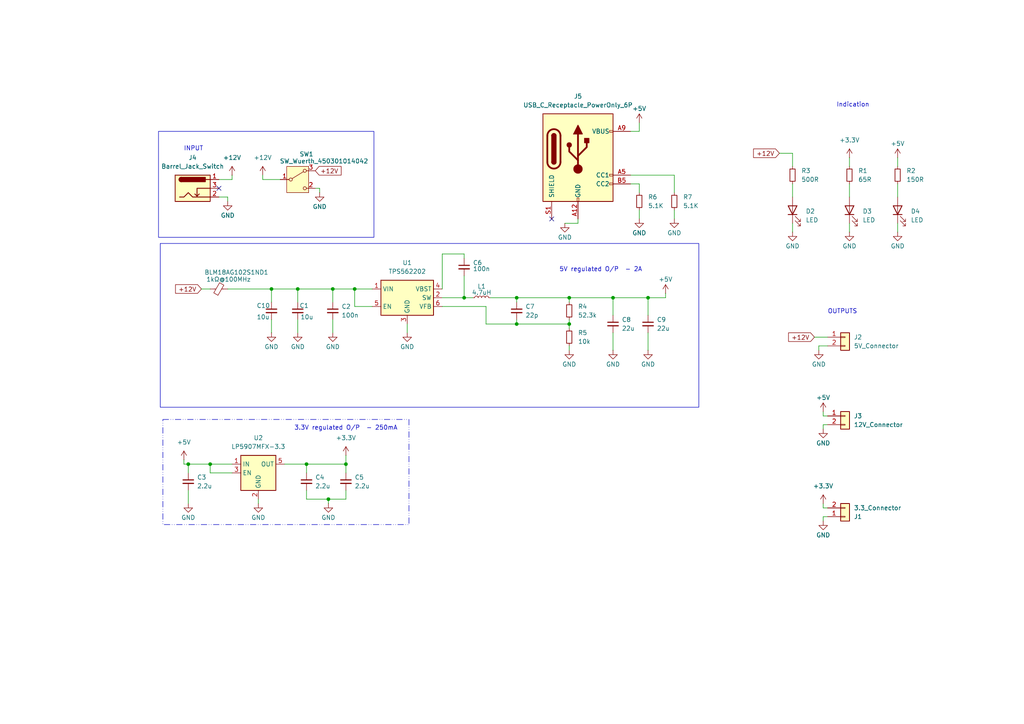
<source format=kicad_sch>
(kicad_sch (version 20240819) (generator "eeschema") (generator_version "8.99")
  (paper "A4")
  (title_block (title "Bread board power supply") (date "2024-10-22") (company "nil"))
  (lib_symbols
    (symbol "Connector:Barrel_Jack_Switch" (pin_names hide)
      (property "Reference" "J" (at 0 5.334 0))
      (property "Value" "Barrel_Jack_Switch" (at 0 -5.08 0))
      (symbol "Barrel_Jack_Switch_0_1"
        (rectangle (start -5.08 3.81) (end 5.08 -3.81) (stroke (width 0.254)) (fill (type background)))
        (polyline (pts (xy -3.81 -2.54) (xy -2.54 -2.54) (xy -1.27 -1.27) (xy 0 -2.54) (xy 2.54 -2.54) (xy 5.08 -2.54)) (stroke (width 0.254)))
        (arc (start -3.302 1.905) (mid -3.9343 2.54) (end -3.302 3.175) (stroke (width 0.254)) (fill (type outline)))
        (arc (start -3.302 1.905) (mid -3.9343 2.54) (end -3.302 3.175) (stroke (width 0.254)))
        (polyline (pts (xy 1.27 -2.286) (xy 1.905 -1.651)) (stroke (width 0.254)))
        (rectangle (start 3.683 3.175) (end -3.302 1.905) (stroke (width 0.254)) (fill (type outline)))
        (polyline (pts (xy 5.08 2.54) (xy 3.81 2.54)) (stroke (width 0.254)))
        (polyline (pts (xy 5.08 0) (xy 1.27 0) (xy 1.27 -2.286) (xy 0.635 -1.651)) (stroke (width 0.254)))
      )
      (symbol "Barrel_Jack_Switch_1_1"
        (pin passive line (at 7.62 2.54 180) (length 2.54) (name "~") (number "1"))
        (pin passive line (at 7.62 0 180) (length 2.54) (name "~") (number "3"))
        (pin passive line (at 7.62 -2.54 180) (length 2.54) (name "~") (number "2"))
      )
    )
    (symbol "Connector:USB_C_Receptacle_PowerOnly_6P" (pin_names (offset 1.016))
      (property "Reference" "J" (at 0 16.51 0))
      (property "Value" "USB_C_Receptacle_PowerOnly_6P" (at 0 13.97 0))
      (symbol "USB_C_Receptacle_PowerOnly_6P_0_0"
        (rectangle (start -0.254 -12.7) (end 0.254 -11.684))
        (rectangle (start 10.16 7.874) (end 9.144 7.366))
        (rectangle (start 10.16 -4.826) (end 9.144 -5.334))
        (rectangle (start 10.16 -7.366) (end 9.144 -7.874))
      )
      (symbol "USB_C_Receptacle_PowerOnly_6P_0_1"
        (rectangle (start -10.16 12.7) (end 10.16 -12.7) (stroke (width 0.254)) (fill (type background)))
        (polyline (pts (xy -8.89 -1.27) (xy -8.89 6.35)) (stroke (width 0.508)))
        (rectangle (start -7.62 -1.27) (end -6.35 6.35) (stroke (width 0.254)) (fill (type outline)))
        (arc (start -7.62 6.35) (mid -6.985 6.9823) (end -6.35 6.35) (stroke (width 0.254)))
        (arc (start -7.62 6.35) (mid -6.985 6.9823) (end -6.35 6.35) (stroke (width 0.254)) (fill (type outline)))
        (arc (start -8.89 6.35) (mid -6.985 8.2467) (end -5.08 6.35) (stroke (width 0.508)))
        (arc (start -5.08 -1.27) (mid -6.985 -3.1667) (end -8.89 -1.27) (stroke (width 0.508)))
        (arc (start -6.35 -1.27) (mid -6.985 -1.9023) (end -7.62 -1.27) (stroke (width 0.254)))
        (arc (start -6.35 -1.27) (mid -6.985 -1.9023) (end -7.62 -1.27) (stroke (width 0.254)) (fill (type outline)))
        (polyline (pts (xy -5.08 6.35) (xy -5.08 -1.27)) (stroke (width 0.508)))
        (circle (center -2.54 3.683) (radius 0.635) (stroke (width 0.254)) (fill (type outline)))
        (polyline (pts (xy -1.27 6.858) (xy 0 9.398) (xy 1.27 6.858) (xy -1.27 6.858)) (stroke (width 0.254)) (fill (type outline)))
        (polyline (pts (xy 0 0.508) (xy 2.54 3.048) (xy 2.54 4.318)) (stroke (width 0.508)))
        (polyline (pts (xy 0 -0.762) (xy -2.54 1.778) (xy -2.54 3.048)) (stroke (width 0.508)))
        (circle (center 0 -3.302) (radius 1.27) (fill (type outline)))
        (polyline (pts (xy 0 -3.302) (xy 0 6.858)) (stroke (width 0.508)))
        (rectangle (start 1.905 4.318) (end 3.175 5.588) (stroke (width 0.254)) (fill (type outline)))
      )
      (symbol "USB_C_Receptacle_PowerOnly_6P_1_1"
        (pin passive line (at -7.62 -17.78 90) (length 5.08) (name "SHIELD") (number "S1"))
        (pin passive line (at 0 -17.78 90) (length 5.08) (name "GND") (number "A12"))
        (pin passive line (at 0 -17.78 90) (length 5.08) hide (name "GND") (number "B12"))
        (pin passive line (at 15.24 7.62 180) (length 5.08) (name "VBUS") (number "A9"))
        (pin passive line (at 15.24 7.62 180) (length 5.08) hide (name "VBUS") (number "B9"))
        (pin bidirectional line (at 15.24 -5.08 180) (length 5.08) (name "CC1") (number "A5"))
        (pin bidirectional line (at 15.24 -7.62 180) (length 5.08) (name "CC2") (number "B5"))
      )
    )
    (symbol "Connector_Generic:Conn_01x02" (pin_names (offset 1.016) hide)
      (property "Reference" "J" (at 0 2.54 0))
      (property "Value" "Conn_01x02" (at 0 -5.08 0))
      (symbol "Conn_01x02_1_1"
        (rectangle (start -1.27 1.27) (end 1.27 -3.81) (stroke (width 0.254)) (fill (type background)))
        (rectangle (start -1.27 0.127) (end 0 -0.127) (stroke (width 0.1524)))
        (rectangle (start -1.27 -2.413) (end 0 -2.667) (stroke (width 0.1524)))
        (pin passive line (at -5.08 0 0) (length 3.81) (name "Pin_1") (number "1"))
        (pin passive line (at -5.08 -2.54 0) (length 3.81) (name "Pin_2") (number "2"))
      )
    )
    (symbol "Device:C_Small" (pin_numbers hide) (pin_names (offset 0.254) hide)
      (property "Reference" "C" (at 0.254 1.778 0))
      (property "Value" "C_Small" (at 0.254 -2.032 0))
      (symbol "C_Small_0_1"
        (polyline (pts (xy -1.524 0.508) (xy 1.524 0.508)) (stroke (width 0.3048)))
        (polyline (pts (xy -1.524 -0.508) (xy 1.524 -0.508)) (stroke (width 0.3302)))
      )
      (symbol "C_Small_1_1"
        (pin passive line (at 0 2.54 270) (length 2.032) (name "~") (number "1"))
        (pin passive line (at 0 -2.54 90) (length 2.032) (name "~") (number "2"))
      )
    )
    (symbol "Device:FerriteBead_Small" (pin_numbers hide) (pin_names (offset 0))
      (property "Reference" "FB" (at 1.905 1.27 0))
      (property "Value" "FerriteBead_Small" (at 1.905 -1.27 0))
      (symbol "FerriteBead_Small_0_1"
        (polyline (pts (xy -1.8288 0.2794) (xy -1.1176 1.4986) (xy 1.8288 -0.2032) (xy 1.1176 -1.4224) (xy -1.8288 0.2794)))
        (polyline (pts (xy 0 0.889) (xy 0 1.2954)))
        (polyline (pts (xy 0 -1.27) (xy 0 -0.7874)))
      )
      (symbol "FerriteBead_Small_1_1"
        (pin passive line (at 0 2.54 270) (length 1.27) (name "~") (number "1"))
        (pin passive line (at 0 -2.54 90) (length 1.27) (name "~") (number "2"))
      )
    )
    (symbol "Device:LED" (pin_numbers hide) (pin_names (offset 1.016) hide)
      (property "Reference" "D" (at 0 2.54 0))
      (property "Value" "LED" (at 0 -2.54 0))
      (symbol "LED_0_1"
        (polyline (pts (xy -3.048 -0.762) (xy -4.572 -2.286) (xy -3.81 -2.286) (xy -4.572 -2.286) (xy -4.572 -1.524)))
        (polyline (pts (xy -1.778 -0.762) (xy -3.302 -2.286) (xy -2.54 -2.286) (xy -3.302 -2.286) (xy -3.302 -1.524)))
        (polyline (pts (xy -1.27 0) (xy 1.27 0)))
        (polyline (pts (xy -1.27 -1.27) (xy -1.27 1.27)) (stroke (width 0.254)))
        (polyline (pts (xy 1.27 -1.27) (xy 1.27 1.27) (xy -1.27 0) (xy 1.27 -1.27)) (stroke (width 0.254)))
      )
      (symbol "LED_1_1"
        (pin passive line (at -3.81 0 0) (length 2.54) (name "K") (number "1"))
        (pin passive line (at 3.81 0 180) (length 2.54) (name "A") (number "2"))
      )
    )
    (symbol "Device:L_Small" (pin_numbers hide) (pin_names (offset 0.254) hide)
      (property "Reference" "L" (at 0.762 1.016 0))
      (property "Value" "L_Small" (at 0.762 -1.016 0))
      (symbol "L_Small_0_1"
        (arc (start 0 2.032) (mid 0.5058 1.524) (end 0 1.016))
        (arc (start 0 1.016) (mid 0.5058 0.508) (end 0 0))
        (arc (start 0 0) (mid 0.5058 -0.508) (end 0 -1.016))
        (arc (start 0 -1.016) (mid 0.5058 -1.524) (end 0 -2.032))
      )
      (symbol "L_Small_1_1"
        (pin passive line (at 0 2.54 270) (length 0.508) (name "~") (number "1"))
        (pin passive line (at 0 -2.54 90) (length 0.508) (name "~") (number "2"))
      )
    )
    (symbol "Device:R_Small" (pin_numbers hide) (pin_names (offset 0.254) hide)
      (property "Reference" "R" (at 0.762 0.508 0))
      (property "Value" "R_Small" (at 0.762 -1.016 0))
      (symbol "R_Small_0_1"
        (rectangle (start -0.762 1.778) (end 0.762 -1.778) (stroke (width 0.2032)))
      )
      (symbol "R_Small_1_1"
        (pin passive line (at 0 2.54 270) (length 0.762) (name "~") (number "1"))
        (pin passive line (at 0 -2.54 90) (length 0.762) (name "~") (number "2"))
      )
    )
    (symbol "Regulator_Linear:LP5907MFX-3.3"
      (property "Reference" "U" (at -3.81 6.35 0))
      (property "Value" "LP5907MFX-3.3" (at 6.35 6.35 0))
      (symbol "LP5907MFX-3.3_0_1"
        (rectangle (start -5.08 -5.08) (end 5.08 5.08) (stroke (width 0.254)) (fill (type background)))
        (pin power_in line (at -7.62 2.54 0) (length 2.54) (name "IN") (number "1"))
        (pin input line (at -7.62 0 0) (length 2.54) (name "EN") (number "3"))
        (pin power_in line (at 0 -7.62 90) (length 2.54) (name "GND") (number "2"))
        (pin no_connect line (at 5.08 0 180) (length 2.54) hide (name "NC") (number "4"))
        (pin power_out line (at 7.62 2.54 180) (length 2.54) (name "OUT") (number "5"))
      )
    )
    (symbol "Regulator_Switching:TPS562202"
      (property "Reference" "U1" (at 0 10.16 0))
      (property "Value" "TPS562202" (at 0 7.62 0))
      (symbol "TPS562202_0_1"
        (rectangle (start -7.62 5.08) (end 7.62 -5.08) (stroke (width 0.254)) (fill (type background)))
      )
      (symbol "TPS562202_1_1"
        (pin power_in line (at -10.16 2.54 0) (length 2.54) (name "VIN") (number "1"))
        (pin input line (at -10.16 -2.54 0) (length 2.54) (name "EN") (number "5"))
        (pin power_in line (at 0 -7.62 90) (length 2.54) (name "GND") (number "3"))
        (pin passive line (at 10.16 2.54 180) (length 2.54) (name "VBST") (number "4"))
        (pin output line (at 10.16 0 180) (length 2.54) (name "SW") (number "2"))
        (pin input line (at 10.16 -2.54 180) (length 2.54) (name "VFB") (number "6"))
      )
    )
    (symbol "Switch:SW_Wuerth_450301014042" (pin_names (offset 1) hide)
      (property "Reference" "SW" (at 0 5.08 0))
      (property "Value" "SW_Wuerth_450301014042" (at 0 -5.08 0))
      (symbol "SW_Wuerth_450301014042_0_1"
        (circle (center -2.032 0) (radius 0.4572))
        (polyline (pts (xy -1.651 0.254) (xy 1.651 2.286)))
        (circle (center 2.032 2.54) (radius 0.4572))
        (circle (center 2.032 -2.54) (radius 0.4572))
      )
      (symbol "SW_Wuerth_450301014042_1_1"
        (rectangle (start -3.175 3.81) (end 3.175 -3.81) (fill (type background)))
        (pin passive line (at -5.08 0 0) (length 2.54) (name "B") (number "1"))
        (pin passive line (at 5.08 2.54 180) (length 2.54) (name "A") (number "3"))
        (pin passive line (at 5.08 -2.54 180) (length 2.54) (name "C") (number "2"))
      )
    )
    (symbol "power:+12V" (power) (pin_numbers hide) (pin_names (offset 0) hide)
      (property "Value" "+12V" (at 0 3.556 0))
      (symbol "+12V_0_1"
        (polyline (pts (xy -0.762 1.27) (xy 0 2.54)))
        (polyline (pts (xy 0 2.54) (xy 0.762 1.27)))
        (polyline (pts (xy 0 0) (xy 0 2.54)))
      )
      (symbol "+12V_1_1"
        (pin power_in line (at 0 0 90) (length 0) (name "~") (number "1"))
      )
    )
    (symbol "power:GND" (power) (pin_numbers hide) (pin_names (offset 0) hide)
      (property "Value" "GND" (at 0 -3.81 0))
      (symbol "GND_0_1"
        (polyline (pts (xy 0 0) (xy 0 -1.27) (xy 1.27 -1.27) (xy 0 -2.54) (xy -1.27 -1.27) (xy 0 -1.27)))
      )
      (symbol "GND_1_1"
        (pin power_in line (at 0 0 270) (length 0) (name "~") (number "1"))
      )
    )
  )
  (rectangle (start 47.244 121.666) (end 118.618 152.146) (stroke (width 0) (type dash_dot_dot)))
  (rectangle (start 45.974 38.1) (end 108.458 68.834))
  (rectangle (start 46.482 70.612) (end 202.692 118.11))
  (text "5V regulated O/P  - 2A" (at 174.244 78.232 0) (effects (font (size 1.27 1.27))))
  (text "3.3V regulated O/P  - 250mA" (at 100.33 124.206 0) (effects (font (size 1.27 1.27))))
  (text "Indication\n" (at 247.396 30.48 0) (effects (font (size 1.27 1.27))))
  (text "OUTPUTS" (at 244.348 90.424 0) (effects (font (size 1.27 1.27))))
  (text "INPUT" (at 56.134 43.18 0) (effects (font (size 1.27 1.27))))
  (junction (at 165.1 93.98))
  (junction (at 96.52 83.82))
  (junction (at 60.96 134.62))
  (junction (at 88.9 134.62))
  (junction (at 177.8 86.36))
  (junction (at 102.87 83.82))
  (junction (at 149.86 86.36))
  (junction (at 187.96 86.36))
  (junction (at 95.25 144.78))
  (junction (at 100.33 134.62))
  (junction (at 78.74 83.82))
  (junction (at 134.62 86.36))
  (junction (at 165.1 86.36))
  (junction (at 149.86 93.98))
  (junction (at 54.61 134.62))
  (junction (at 86.36 83.82))
  (no_connect (at 63.5 54.61))
  (no_connect (at 160.02 63.5))
  (wire (pts (xy 238.76 123.19) (xy 240.03 123.19)))
  (wire (pts (xy 238.76 119.38) (xy 238.76 120.65)))
  (wire (pts (xy 82.55 134.62) (xy 88.9 134.62)))
  (wire (pts (xy 54.61 134.62) (xy 60.96 134.62)))
  (wire (pts (xy 60.96 134.62) (xy 67.31 134.62)))
  (wire (pts (xy 195.58 50.8) (xy 195.58 55.88)))
  (wire (pts (xy 53.34 133.35) (xy 53.34 134.62)))
  (wire (pts (xy 229.87 64.77) (xy 229.87 67.31)))
  (wire (pts (xy 246.38 45.72) (xy 246.38 48.26)))
  (wire (pts (xy 260.35 45.72) (xy 260.35 48.26)))
  (wire (pts (xy 260.35 53.34) (xy 260.35 57.15)))
  (wire (pts (xy 54.61 142.24) (xy 54.61 146.05)))
  (wire (pts (xy 67.31 50.8) (xy 67.31 52.07)))
  (wire (pts (xy 177.8 91.44) (xy 177.8 86.36)))
  (wire (pts (xy 60.96 134.62) (xy 60.96 137.16)))
  (wire (pts (xy 236.22 97.79) (xy 240.03 97.79)))
  (wire (pts (xy 134.62 73.66) (xy 134.62 74.93)))
  (wire (pts (xy 96.52 83.82) (xy 96.52 87.63)))
  (wire (pts (xy 54.61 134.62) (xy 54.61 137.16)))
  (wire (pts (xy 165.1 93.98) (xy 165.1 95.25)))
  (wire (pts (xy 95.25 144.78) (xy 100.33 144.78)))
  (wire (pts (xy 63.5 52.07) (xy 67.31 52.07)))
  (wire (pts (xy 100.33 134.62) (xy 100.33 137.16)))
  (wire (pts (xy 118.11 93.98) (xy 118.11 96.52)))
  (wire (pts (xy 66.04 58.42) (xy 66.04 57.15)))
  (wire (pts (xy 86.36 83.82) (xy 96.52 83.82)))
  (wire (pts (xy 76.2 52.07) (xy 81.28 52.07)))
  (wire (pts (xy 165.1 100.33) (xy 165.1 101.6)))
  (wire (pts (xy 195.58 60.96) (xy 195.58 63.5)))
  (wire (pts (xy 185.42 53.34) (xy 185.42 55.88)))
  (wire (pts (xy 238.76 147.32) (xy 240.03 147.32)))
  (wire (pts (xy 177.8 86.36) (xy 187.96 86.36)))
  (wire (pts (xy 260.35 64.77) (xy 260.35 67.31)))
  (wire (pts (xy 134.62 80.01) (xy 134.62 86.36)))
  (wire (pts (xy 91.44 54.61) (xy 92.71 54.61)))
  (wire (pts (xy 238.76 120.65) (xy 240.03 120.65)))
  (wire (pts (xy 60.96 137.16) (xy 67.31 137.16)))
  (wire (pts (xy 86.36 92.71) (xy 86.36 96.52)))
  (wire (pts (xy 53.34 134.62) (xy 54.61 134.62)))
  (wire (pts (xy 102.87 83.82) (xy 107.95 83.82)))
  (wire (pts (xy 78.74 92.71) (xy 78.74 96.52)))
  (wire (pts (xy 237.49 101.6) (xy 237.49 100.33)))
  (wire (pts (xy 128.27 83.82) (xy 128.27 73.66)))
  (wire (pts (xy 100.33 132.08) (xy 100.33 134.62)))
  (wire (pts (xy 182.88 53.34) (xy 185.42 53.34)))
  (wire (pts (xy 229.87 53.34) (xy 229.87 57.15)))
  (wire (pts (xy 165.1 86.36) (xy 165.1 87.63)))
  (wire (pts (xy 238.76 146.05) (xy 238.76 147.32)))
  (wire (pts (xy 246.38 53.34) (xy 246.38 57.15)))
  (wire (pts (xy 163.83 64.77) (xy 167.64 64.77)))
  (wire (pts (xy 76.2 50.8) (xy 76.2 52.07)))
  (wire (pts (xy 107.95 88.9) (xy 102.87 88.9)))
  (wire (pts (xy 96.52 92.71) (xy 96.52 96.52)))
  (wire (pts (xy 187.96 86.36) (xy 193.04 86.36)))
  (wire (pts (xy 88.9 142.24) (xy 88.9 144.78)))
  (wire (pts (xy 102.87 83.82) (xy 102.87 88.9)))
  (wire (pts (xy 134.62 86.36) (xy 137.16 86.36)))
  (wire (pts (xy 182.88 38.1) (xy 185.42 38.1)))
  (wire (pts (xy 78.74 83.82) (xy 86.36 83.82)))
  (wire (pts (xy 128.27 86.36) (xy 134.62 86.36)))
  (wire (pts (xy 165.1 86.36) (xy 177.8 86.36)))
  (wire (pts (xy 142.24 86.36) (xy 149.86 86.36)))
  (wire (pts (xy 185.42 60.96) (xy 185.42 63.5)))
  (wire (pts (xy 167.64 63.5) (xy 167.64 64.77)))
  (wire (pts (xy 238.76 151.13) (xy 238.76 149.86)))
  (wire (pts (xy 100.33 142.24) (xy 100.33 144.78)))
  (wire (pts (xy 74.93 144.78) (xy 74.93 146.05)))
  (wire (pts (xy 66.04 83.82) (xy 78.74 83.82)))
  (wire (pts (xy 140.97 88.9) (xy 140.97 93.98)))
  (wire (pts (xy 95.25 146.05) (xy 95.25 144.78)))
  (wire (pts (xy 149.86 86.36) (xy 149.86 87.63)))
  (wire (pts (xy 96.52 83.82) (xy 102.87 83.82)))
  (wire (pts (xy 92.71 55.88) (xy 92.71 54.61)))
  (wire (pts (xy 182.88 50.8) (xy 195.58 50.8)))
  (wire (pts (xy 187.96 86.36) (xy 187.96 91.44)))
  (wire (pts (xy 149.86 92.71) (xy 149.86 93.98)))
  (wire (pts (xy 238.76 149.86) (xy 240.03 149.86)))
  (wire (pts (xy 149.86 93.98) (xy 165.1 93.98)))
  (wire (pts (xy 95.25 144.78) (xy 88.9 144.78)))
  (wire (pts (xy 187.96 96.52) (xy 187.96 101.6)))
  (wire (pts (xy 88.9 134.62) (xy 100.33 134.62)))
  (wire (pts (xy 128.27 73.66) (xy 134.62 73.66)))
  (wire (pts (xy 229.87 44.45) (xy 229.87 48.26)))
  (wire (pts (xy 185.42 35.56) (xy 185.42 38.1)))
  (wire (pts (xy 193.04 85.09) (xy 193.04 86.36)))
  (wire (pts (xy 246.38 64.77) (xy 246.38 67.31)))
  (wire (pts (xy 149.86 86.36) (xy 165.1 86.36)))
  (wire (pts (xy 226.06 44.45) (xy 229.87 44.45)))
  (wire (pts (xy 165.1 92.71) (xy 165.1 93.98)))
  (wire (pts (xy 140.97 93.98) (xy 149.86 93.98)))
  (wire (pts (xy 237.49 100.33) (xy 240.03 100.33)))
  (wire (pts (xy 128.27 88.9) (xy 140.97 88.9)))
  (wire (pts (xy 58.42 83.82) (xy 60.96 83.82)))
  (wire (pts (xy 63.5 57.15) (xy 66.04 57.15)))
  (wire (pts (xy 177.8 101.6) (xy 177.8 96.52)))
  (wire (pts (xy 78.74 83.82) (xy 78.74 87.63)))
  (wire (pts (xy 238.76 124.46) (xy 238.76 123.19)))
  (wire (pts (xy 88.9 134.62) (xy 88.9 137.16)))
  (wire (pts (xy 86.36 83.82) (xy 86.36 87.63)))
  (global_label "+12V" (shape input) (at 236.22 97.79 180) (property "Intersheetrefs" "${INTERSHEET_REFS}" (effects (hide yes))))
  (global_label "+12V" (shape input) (at 226.06 44.45 180) (property "Intersheetrefs" "${INTERSHEET_REFS}" (effects (hide yes))))
  (global_label "+12V" (shape input) (at 91.44 49.53 0) (property "Intersheetrefs" "${INTERSHEET_REFS}" (effects (hide yes))))
  (global_label "+12V" (shape input) (at 58.42 83.82 180) (property "Intersheetrefs" "${INTERSHEET_REFS}" (effects (hide yes))))
  (symbol (lib_id "power:GND") (at 74.93 146.05 0) (unit 1)
    (property "Reference" "#PWR09" (effects (hide yes)))
    (property "Value" "GND" (at 74.93 150.114 0))
    (property "Description" "Power symbol creates a global label with name \"GND\" , ground" (effects (hide yes)))
  )
  (symbol (lib_id "power:+12V") (at 260.35 45.72 0) (unit 1)
    (property "Reference" "#PWR023" (effects (hide yes)))
    (property "Value" "+5V" (at 260.35 41.656 0))
    (property "Description" "Power symbol creates a global label with name \"+12V\"" (effects (hide yes)))
  )
  (symbol (lib_id "power:GND") (at 177.8 101.6 0) (unit 1)
    (property "Reference" "#PWR024" (effects (hide yes)))
    (property "Value" "GND" (at 177.8 105.664 0))
    (property "Description" "Power symbol creates a global label with name \"GND\" , ground" (effects (hide yes)))
  )
  (symbol (lib_id "power:GND") (at 185.42 63.5 0) (unit 1)
    (property "Reference" "#PWR029" (effects (hide yes)))
    (property "Value" "GND" (at 185.42 67.564 0))
    (property "Description" "Power symbol creates a global label with name \"GND\" , ground" (effects (hide yes)))
  )
  (symbol (lib_id "Regulator_Linear:LP5907MFX-3.3") (at 74.93 137.16 0) (unit 1)
    (property "Reference" "U2" (at 74.93 127 0))
    (property "Value" "LP5907MFX-3.3" (at 74.93 129.54 0))
    (property "Footprint" "Package_TO_SOT_SMD:SOT-23-5" (effects (hide yes)))
    (property "Datasheet" "http://www.ti.com/lit/ds/symlink/lp5907.pdf" (effects (hide yes)))
    (property "Description" "250-mA Ultra-Low-Noise Low-IQ LDO, 3.3V, SOT-23" (effects (hide yes)))
  )
  (symbol (lib_id "Device:R_Small") (at 229.87 50.8 0) (unit 1)
    (property "Reference" "R3" (at 232.41 49.5299 0) (effects (justify left)))
    (property "Value" "500R" (at 232.41 52.0699 0) (effects (justify left)))
    (property "Footprint" "Bread_Board_powers:ERL07_VIS" (effects (hide yes)))
    (property "Description" "Resistor, small symbol" (effects (hide yes)))
  )
  (symbol (lib_id "power:GND") (at 246.38 67.31 0) (unit 1)
    (property "Reference" "#PWR020" (effects (hide yes)))
    (property "Value" "GND" (at 246.38 71.374 0))
    (property "Description" "Power symbol creates a global label with name \"GND\" , ground" (effects (hide yes)))
  )
  (symbol (lib_id "Device:C_Small") (at 187.96 93.98 0) (unit 1)
    (property "Reference" "C9" (at 190.5 92.7162 0) (effects (justify left)))
    (property "Value" "22u" (at 190.5 95.2562 0) (effects (justify left)))
    (property "Footprint" "Bread_Board_powers:WCAP-ATG5_5X11_DXL_" (effects (hide yes)))
    (property "Description" "Unpolarized capacitor, small symbol" (effects (hide yes)))
  )
  (symbol (lib_id "Device:FerriteBead_Small") (at 63.5 83.82 90) (unit 1)
    (property "Reference" "BLM18AG102S1ND1" (at 68.58 78.994 90))
    (property "Value" "1kΩ@100MHz" (at 66.294 81.026 90))
    (property "Footprint" "Bread_Board_powers:BLM18_MUR" (effects (hide yes)))
    (property "Description" "Ferrite bead, small symbol" (effects (hide yes)))
  )
  (symbol (lib_id "Device:L_Small") (at 139.7 86.36 90) (unit 1)
    (property "Reference" "L1" (at 139.7 83.058 90))
    (property "Value" "4.7uH" (at 139.7 84.836 90))
    (property "Footprint" "Bread_Board_powers:IND_BWVS008_PUL" (effects (hide yes)))
    (property "Description" "Inductor, small symbol" (effects (hide yes)))
  )
  (symbol (lib_id "power:+12V") (at 67.31 50.8 0) (unit 1)
    (property "Reference" "#PWR017" (effects (hide yes)))
    (property "Value" "+12V" (at 67.31 45.72 0))
    (property "Description" "Power symbol creates a global label with name \"+12V\"" (effects (hide yes)))
  )
  (symbol (lib_id "power:+12V") (at 238.76 146.05 0) (unit 1)
    (property "Reference" "#PWR011" (effects (hide yes)))
    (property "Value" "+3.3V" (at 238.76 140.97 0))
    (property "Description" "Power symbol creates a global label with name \"+12V\"" (effects (hide yes)))
  )
  (symbol (lib_id "Connector_Generic:Conn_01x02") (at 245.11 97.79 0) (unit 1)
    (property "Reference" "J2" (at 247.65 97.7899 0) (effects (justify left)))
    (property "Value" "5V_Connector" (at 247.65 100.3299 0) (effects (justify left)))
    (property "Footprint" "Connector_PinHeader_1.00mm:PinHeader_1x02_P1.00mm_Vertical" (effects (hide yes)))
    (property "Description" "Generic connector, single row, 01x02, script generated (kicad-library-utils/schlib/autogen/connector/)" (effects (hide yes)))
  )
  (symbol (lib_id "power:+12V") (at 53.34 133.35 0) (unit 1)
    (property "Reference" "#PWR07" (effects (hide yes)))
    (property "Value" "+5V" (at 53.34 128.27 0))
    (property "Description" "Power symbol creates a global label with name \"+12V\"" (effects (hide yes)))
  )
  (symbol (lib_id "power:GND") (at 78.74 96.52 0) (unit 1)
    (property "Reference" "#PWR027" (effects (hide yes)))
    (property "Value" "GND" (at 78.74 100.584 0))
    (property "Description" "Power symbol creates a global label with name \"GND\" , ground" (effects (hide yes)))
  )
  (symbol (lib_id "power:GND") (at 237.49 101.6 0) (unit 1)
    (property "Reference" "#PWR016" (effects (hide yes)))
    (property "Value" "GND" (at 237.49 105.664 0))
    (property "Description" "Power symbol creates a global label with name \"GND\" , ground" (effects (hide yes)))
  )
  (symbol (lib_id "power:+12V") (at 246.38 45.72 0) (unit 1)
    (property "Reference" "#PWR022" (effects (hide yes)))
    (property "Value" "+3.3V" (at 246.38 40.64 0))
    (property "Description" "Power symbol creates a global label with name \"+12V\"" (effects (hide yes)))
  )
  (symbol (lib_id "power:+12V") (at 238.76 119.38 0) (unit 1)
    (property "Reference" "#PWR013" (effects (hide yes)))
    (property "Value" "+5V" (at 238.76 115.316 0))
    (property "Description" "Power symbol creates a global label with name \"+12V\"" (effects (hide yes)))
  )
  (symbol (lib_id "Device:R_Small") (at 165.1 90.17 0) (unit 1)
    (property "Reference" "R4" (at 167.64 88.8999 0) (effects (justify left)))
    (property "Value" "52.3k" (at 167.64 91.4399 0) (effects (justify left)))
    (property "Footprint" "Bread_Board_powers:ERL07_VIS" (effects (hide yes)))
    (property "Description" "Resistor, small symbol" (effects (hide yes)))
  )
  (symbol (lib_id "power:GND") (at 54.61 146.05 0) (unit 1)
    (property "Reference" "#PWR08" (effects (hide yes)))
    (property "Value" "GND" (at 54.61 150.114 0))
    (property "Description" "Power symbol creates a global label with name \"GND\" , ground" (effects (hide yes)))
  )
  (symbol (lib_id "power:GND") (at 165.1 101.6 0) (unit 1)
    (property "Reference" "#PWR05" (effects (hide yes)))
    (property "Value" "GND" (at 165.1 105.664 0))
    (property "Description" "Power symbol creates a global label with name \"GND\" , ground" (effects (hide yes)))
  )
  (symbol (lib_id "Switch:SW_Wuerth_450301014042") (at 86.36 52.07 0) (unit 1)
    (property "Reference" "SW1" (at 88.9 44.704 0))
    (property "Value" "SW_Wuerth_450301014042" (at 93.98 46.736 0))
    (property "Footprint" "Button_Switch_THT:SW_Slide-03_Wuerth-WS-SLTV_10x2.5x6.4_P2.54mm" (effects (hide yes)))
    (property "Datasheet" "https://www.we-online.com/components/products/datasheet/450301014042.pdf" (effects (hide yes)))
    (property "Description" "Switch slide, single pole double throw" (effects (hide yes)))
  )
  (symbol (lib_id "Device:C_Small") (at 86.36 90.17 0) (unit 1)
    (property "Reference" "C1" (at 86.868 88.646 0) (effects (justify left)))
    (property "Value" "10u" (at 87.122 91.948 0) (effects (justify left)))
    (property "Footprint" "Bread_Board_powers:WCAP-ATG5_5X11_DXL_" (effects (hide yes)))
    (property "Description" "Unpolarized capacitor, small symbol" (effects (hide yes)))
  )
  (symbol (lib_id "power:+12V") (at 76.2 50.8 0) (unit 1)
    (property "Reference" "#PWR01" (effects (hide yes)))
    (property "Value" "+12V" (at 76.2 45.72 0))
    (property "Description" "Power symbol creates a global label with name \"+12V\"" (effects (hide yes)))
  )
  (symbol (lib_id "Device:R_Small") (at 246.38 50.8 0) (unit 1)
    (property "Reference" "R1" (at 248.92 49.5299 0) (effects (justify left)))
    (property "Value" "65R" (at 248.92 52.0699 0) (effects (justify left)))
    (property "Footprint" "Bread_Board_powers:ERL07_VIS" (effects (hide yes)))
    (property "Description" "Resistor, small symbol" (effects (hide yes)))
  )
  (symbol (lib_id "power:GND") (at 66.04 58.42 0) (unit 1)
    (property "Reference" "#PWR018" (effects (hide yes)))
    (property "Value" "GND" (at 66.04 62.484 0))
    (property "Description" "Power symbol creates a global label with name \"GND\" , ground" (effects (hide yes)))
  )
  (symbol (lib_id "power:GND") (at 187.96 101.6 0) (unit 1)
    (property "Reference" "#PWR026" (effects (hide yes)))
    (property "Value" "GND" (at 187.96 105.664 0))
    (property "Description" "Power symbol creates a global label with name \"GND\" , ground" (effects (hide yes)))
  )
  (symbol (lib_id "Device:LED") (at 229.87 60.96 90) (unit 1)
    (property "Reference" "D2" (at 233.68 61.2774 90) (effects (justify right)))
    (property "Value" "LED" (at 233.68 63.8174 90) (effects (justify right)))
    (property "Footprint" "Bread_Board_powers:WL-TMRW_3MM" (effects (hide yes)))
    (property "Description" "Light emitting diode" (effects (hide yes)))
  )
  (symbol (lib_id "power:GND") (at 95.25 146.05 0) (unit 1)
    (property "Reference" "#PWR010" (effects (hide yes)))
    (property "Value" "GND" (at 95.25 150.114 0))
    (property "Description" "Power symbol creates a global label with name \"GND\" , ground" (effects (hide yes)))
  )
  (symbol (lib_id "Regulator_Switching:TPS562202") (at 118.11 86.36 0) (unit 1)
    (property "Reference" "U1" (at 118.11 76.2 0))
    (property "Value" "TPS562202" (at 118.11 78.74 0))
    (property "Footprint" "Package_TO_SOT_SMD:SOT-563" (effects (hide yes)))
    (property "Datasheet" "https://www.ti.com/lit/gpn/tps562202" (effects (hide yes)))
    (property "Description" "2A Synchronous Step-Down Voltage Regulator 580kHz, adjustable output voltage, 4.5-17V Input Voltage, 0.804V-7V Output Voltage, SOT-563" (effects (hide yes)))
  )
  (symbol (lib_id "Device:LED") (at 260.35 60.96 90) (unit 1)
    (property "Reference" "D4" (at 264.16 61.2774 90) (effects (justify right)))
    (property "Value" "LED" (at 264.16 63.8174 90) (effects (justify right)))
    (property "Footprint" "Bread_Board_powers:WL-TMRW_3MM" (effects (hide yes)))
    (property "Description" "Light emitting diode" (effects (hide yes)))
  )
  (symbol (lib_id "Device:R_Small") (at 195.58 58.42 0) (unit 1)
    (property "Reference" "R7" (at 198.12 57.1499 0) (effects (justify left)))
    (property "Value" "5.1K" (at 198.12 59.6899 0) (effects (justify left)))
    (property "Footprint" "Bread_Board_powers:ERL07_VIS" (effects (hide yes)))
    (property "Description" "Resistor, small symbol" (effects (hide yes)))
  )
  (symbol (lib_id "Connector_Generic:Conn_01x02") (at 245.11 120.65 0) (unit 1)
    (property "Reference" "J3" (at 247.65 120.6499 0) (effects (justify left)))
    (property "Value" "12V_Connector" (at 247.65 123.1899 0) (effects (justify left)))
    (property "Footprint" "Connector_PinHeader_1.00mm:PinHeader_1x02_P1.00mm_Vertical" (effects (hide yes)))
    (property "Description" "Generic connector, single row, 01x02, script generated (kicad-library-utils/schlib/autogen/connector/)" (effects (hide yes)))
  )
  (symbol (lib_id "power:+12V") (at 185.42 35.56 0) (unit 1)
    (property "Reference" "#PWR028" (effects (hide yes)))
    (property "Value" "+5V" (at 185.42 31.496 0))
    (property "Description" "Power symbol creates a global label with name \"+12V\"" (effects (hide yes)))
  )
  (symbol (lib_id "power:GND") (at 229.87 67.31 0) (unit 1)
    (property "Reference" "#PWR019" (effects (hide yes)))
    (property "Value" "GND" (at 229.87 71.374 0))
    (property "Description" "Power symbol creates a global label with name \"GND\" , ground" (effects (hide yes)))
  )
  (symbol (lib_id "Device:R_Small") (at 185.42 58.42 0) (unit 1)
    (property "Reference" "R6" (at 187.96 57.1499 0) (effects (justify left)))
    (property "Value" "5.1K" (at 187.96 59.6899 0) (effects (justify left)))
    (property "Footprint" "Bread_Board_powers:ERL07_VIS" (effects (hide yes)))
    (property "Description" "Resistor, small symbol" (effects (hide yes)))
  )
  (symbol (lib_id "Device:C_Small") (at 96.52 90.17 0) (unit 1)
    (property "Reference" "C2" (at 99.06 88.9062 0) (effects (justify left)))
    (property "Value" "100n" (at 99.06 91.4462 0) (effects (justify left)))
    (property "Footprint" "Bread_Board_powers:WCAP-ATG5_5X11_DXL_" (effects (hide yes)))
    (property "Description" "Unpolarized capacitor, small symbol" (effects (hide yes)))
  )
  (symbol (lib_id "Device:C_Small") (at 100.33 139.7 0) (unit 1)
    (property "Reference" "C5" (at 102.87 138.4362 0) (effects (justify left)))
    (property "Value" "2.2u" (at 102.87 140.9762 0) (effects (justify left)))
    (property "Footprint" "Bread_Board_powers:WCAP-ATG5_5X11_DXL_" (effects (hide yes)))
    (property "Description" "Unpolarized capacitor, small symbol" (effects (hide yes)))
  )
  (symbol (lib_id "power:GND") (at 238.76 124.46 0) (unit 1)
    (property "Reference" "#PWR014" (effects (hide yes)))
    (property "Value" "GND" (at 238.76 128.524 0))
    (property "Description" "Power symbol creates a global label with name \"GND\" , ground" (effects (hide yes)))
  )
  (symbol (lib_id "power:GND") (at 195.58 63.5 0) (unit 1)
    (property "Reference" "#PWR030" (effects (hide yes)))
    (property "Value" "GND" (at 195.58 67.564 0))
    (property "Description" "Power symbol creates a global label with name \"GND\" , ground" (effects (hide yes)))
  )
  (symbol (lib_id "power:+12V") (at 193.04 85.09 0) (unit 1)
    (property "Reference" "#PWR025" (effects (hide yes)))
    (property "Value" "+5V" (at 193.04 81.026 0))
    (property "Description" "Power symbol creates a global label with name \"+12V\"" (effects (hide yes)))
  )
  (symbol (lib_id "power:+12V") (at 100.33 132.08 0) (unit 1)
    (property "Reference" "#PWR06" (effects (hide yes)))
    (property "Value" "+3.3V" (at 100.33 127 0))
    (property "Description" "Power symbol creates a global label with name \"+12V\"" (effects (hide yes)))
  )
  (symbol (lib_id "Device:C_Small") (at 54.61 139.7 0) (unit 1)
    (property "Reference" "C3" (at 57.15 138.4362 0) (effects (justify left)))
    (property "Value" "2.2u" (at 57.15 140.9762 0) (effects (justify left)))
    (property "Footprint" "Bread_Board_powers:WCAP-ATG5_5X11_DXL_" (effects (hide yes)))
    (property "Description" "Unpolarized capacitor, small symbol" (effects (hide yes)))
  )
  (symbol (lib_id "Connector:USB_C_Receptacle_PowerOnly_6P") (at 167.64 45.72 0) (unit 1)
    (property "Reference" "J5" (at 167.64 27.94 0))
    (property "Value" "USB_C_Receptacle_PowerOnly_6P" (at 167.64 30.48 0))
    (property "Footprint" "Connector_USB:USB_C_Receptacle_GCT_USB4125-xx-x_6P_TopMnt_Horizontal" (effects (hide yes)))
    (property "Datasheet" "https://www.usb.org/sites/default/files/documents/usb_type-c.zip" (effects (hide yes)))
    (property "Description" "USB Power-Only 6P Type-C Receptacle connector" (effects (hide yes)))
  )
  (symbol (lib_id "Device:C_Small") (at 78.74 90.17 0) (unit 1)
    (property "Reference" "C10" (at 74.422 88.646 0) (effects (justify left)))
    (property "Value" "10u" (at 74.422 91.948 0) (effects (justify left)))
    (property "Footprint" "Bread_Board_powers:WCAP-ATG5_5X11_DXL_" (effects (hide yes)))
    (property "Description" "Unpolarized capacitor, small symbol" (effects (hide yes)))
  )
  (symbol (lib_id "power:GND") (at 163.83 64.77 0) (unit 1)
    (property "Reference" "#PWR031" (effects (hide yes)))
    (property "Value" "GND" (at 163.83 68.834 0))
    (property "Description" "Power symbol creates a global label with name \"GND\" , ground" (effects (hide yes)))
  )
  (symbol (lib_id "power:GND") (at 260.35 67.31 0) (unit 1)
    (property "Reference" "#PWR021" (effects (hide yes)))
    (property "Value" "GND" (at 260.35 71.374 0))
    (property "Description" "Power symbol creates a global label with name \"GND\" , ground" (effects (hide yes)))
  )
  (symbol (lib_id "power:GND") (at 96.52 96.52 0) (unit 1)
    (property "Reference" "#PWR02" (effects (hide yes)))
    (property "Value" "GND" (at 96.52 100.584 0))
    (property "Description" "Power symbol creates a global label with name \"GND\" , ground" (effects (hide yes)))
  )
  (symbol (lib_id "Device:C_Small") (at 134.62 77.47 0) (unit 1)
    (property "Reference" "C6" (at 137.16 76.2062 0) (effects (justify left)))
    (property "Value" "100n" (at 137.16 77.978 0) (effects (justify left)))
    (property "Footprint" "Bread_Board_powers:WCAP-ATG5_5X11_DXL_" (effects (hide yes)))
    (property "Description" "Unpolarized capacitor, small symbol" (effects (hide yes)))
  )
  (symbol (lib_id "power:GND") (at 92.71 55.88 0) (unit 1)
    (property "Reference" "#PWR015" (effects (hide yes)))
    (property "Value" "GND" (at 92.71 59.944 0))
    (property "Description" "Power symbol creates a global label with name \"GND\" , ground" (effects (hide yes)))
  )
  (symbol (lib_id "power:GND") (at 118.11 96.52 0) (unit 1)
    (property "Reference" "#PWR04" (effects (hide yes)))
    (property "Value" "GND" (at 118.11 100.584 0))
    (property "Description" "Power symbol creates a global label with name \"GND\" , ground" (effects (hide yes)))
  )
  (symbol (lib_id "Device:C_Small") (at 177.8 93.98 0) (unit 1)
    (property "Reference" "C8" (at 180.34 92.7162 0) (effects (justify left)))
    (property "Value" "22u" (at 180.34 95.2562 0) (effects (justify left)))
    (property "Footprint" "Bread_Board_powers:WCAP-ATG5_5X11_DXL_" (effects (hide yes)))
    (property "Description" "Unpolarized capacitor, small symbol" (effects (hide yes)))
  )
  (symbol (lib_id "power:GND") (at 86.36 96.52 0) (unit 1)
    (property "Reference" "#PWR03" (effects (hide yes)))
    (property "Value" "GND" (at 86.36 100.584 0))
    (property "Description" "Power symbol creates a global label with name \"GND\" , ground" (effects (hide yes)))
  )
  (symbol (lib_id "Connector:Barrel_Jack_Switch") (at 55.88 54.61 0) (unit 1)
    (property "Reference" "J4" (at 55.88 45.72 0))
    (property "Value" "Barrel_Jack_Switch" (at 55.88 48.26 0))
    (property "Footprint" "Connector_BarrelJack:BarrelJack_Horizontal" (effects (hide yes)))
    (property "Description" "DC Barrel Jack with an internal switch" (effects (hide yes)))
  )
  (symbol (lib_id "Device:C_Small") (at 149.86 90.17 0) (unit 1)
    (property "Reference" "C7" (at 152.4 88.9062 0) (effects (justify left)))
    (property "Value" "22p" (at 152.4 91.4462 0) (effects (justify left)))
    (property "Footprint" "Bread_Board_powers:WCAP-ATG5_5X11_DXL_" (effects (hide yes)))
    (property "Description" "Unpolarized capacitor, small symbol" (effects (hide yes)))
  )
  (symbol (lib_id "Device:C_Small") (at 88.9 139.7 0) (unit 1)
    (property "Reference" "C4" (at 91.44 138.4362 0) (effects (justify left)))
    (property "Value" "2.2u" (at 91.44 140.9762 0) (effects (justify left)))
    (property "Footprint" "Bread_Board_powers:WCAP-ATG5_5X11_DXL_" (effects (hide yes)))
    (property "Description" "Unpolarized capacitor, small symbol" (effects (hide yes)))
  )
  (symbol (lib_id "power:GND") (at 238.76 151.13 0) (unit 1)
    (property "Reference" "#PWR012" (effects (hide yes)))
    (property "Value" "GND" (at 238.76 155.194 0))
    (property "Description" "Power symbol creates a global label with name \"GND\" , ground" (effects (hide yes)))
  )
  (symbol (lib_id "Device:LED") (at 246.38 60.96 90) (unit 1)
    (property "Reference" "D3" (at 250.19 61.2774 90) (effects (justify right)))
    (property "Value" "LED" (at 250.19 63.8174 90) (effects (justify right)))
    (property "Footprint" "Bread_Board_powers:WL-TMRW_3MM" (effects (hide yes)))
    (property "Description" "Light emitting diode" (effects (hide yes)))
  )
  (symbol (lib_id "Device:R_Small") (at 260.35 50.8 0) (unit 1)
    (property "Reference" "R2" (at 262.89 49.5299 0) (effects (justify left)))
    (property "Value" "150R" (at 262.89 52.0699 0) (effects (justify left)))
    (property "Footprint" "Bread_Board_powers:ERL07_VIS" (effects (hide yes)))
    (property "Description" "Resistor, small symbol" (effects (hide yes)))
  )
  (symbol (lib_id "Connector_Generic:Conn_01x02") (at 245.11 149.86 0) (mirror x) (unit 1)
    (property "Reference" "J1" (at 247.65 149.8601 0) (effects (justify left)))
    (property "Value" "3.3_Connector" (at 247.65 147.3201 0) (effects (justify left)))
    (property "Footprint" "Connector_PinHeader_1.00mm:PinHeader_1x02_P1.00mm_Vertical" (effects (hide yes)))
    (property "Description" "Generic connector, single row, 01x02, script generated (kicad-library-utils/schlib/autogen/connector/)" (effects (hide yes)))
  )
  (symbol (lib_id "Device:R_Small") (at 165.1 97.79 0) (unit 1)
    (property "Reference" "R5" (at 167.64 96.5199 0) (effects (justify left)))
    (property "Value" "10k" (at 167.64 99.0599 0) (effects (justify left)))
    (property "Footprint" "Bread_Board_powers:ERL07_VIS" (effects (hide yes)))
    (property "Description" "Resistor, small symbol" (effects (hide yes)))
  )
)
</source>
